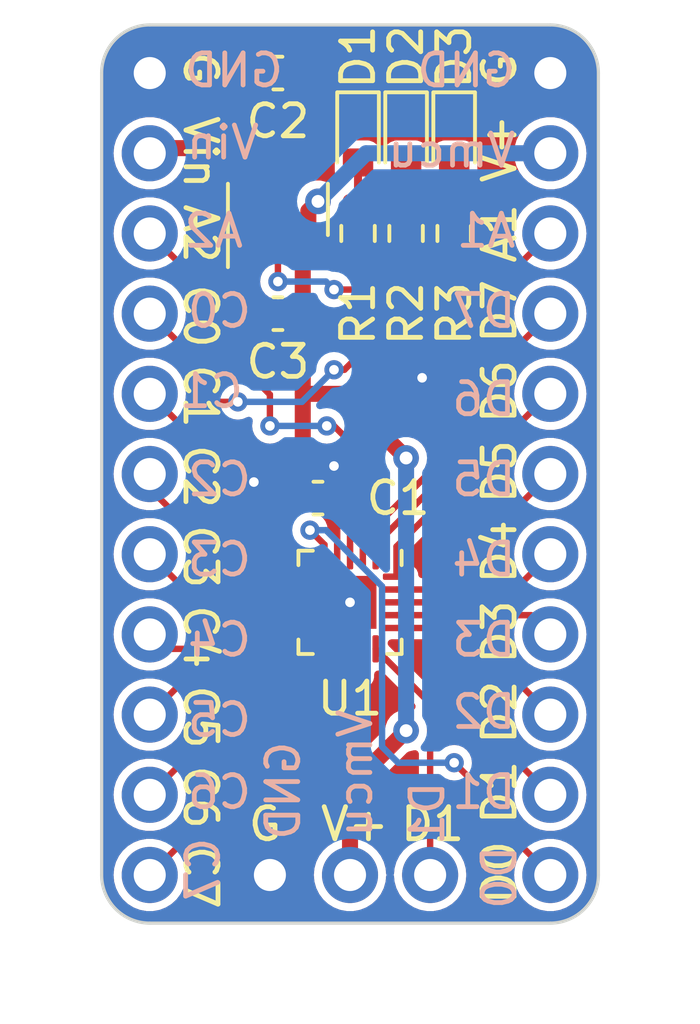
<source format=kicad_pcb>
(kicad_pcb (version 20240108) (generator "pcbnew") (generator_version "8.0")
  (layers (0 "F.Cu" signal) (31 "B.Cu" signal) (34 "B.Paste" user) (35 "F.Paste" user) (36 "B.SilkS" user "B.Silkscreen") (37 "F.SilkS" user "F.Silkscreen") (38 "B.Mask" user) (39 "F.Mask" user) (44 "Edge.Cuts" user))
  (net 0 "")
  (net 1 "GND")
  (net 2 "Vmcu")
  (net 3 "Vin")
  (net 4 "Net-(D1-A)")
  (net 5 "Net-(D2-A)")
  (net 6 "Net-(D3-A)")
  (net 7 "PA2")
  (net 8 "PC0")
  (net 9 "PC1")
  (net 10 "PC2")
  (net 11 "PC3")
  (net 12 "PC4")
  (net 13 "PC5")
  (net 14 "PC6")
  (net 15 "PC7")
  (net 16 "PA1")
  (net 17 "PD7")
  (net 18 "PD6")
  (net 19 "PD5")
  (net 20 "PD4")
  (net 21 "PD3")
  (net 22 "PD2")
  (net 23 "PD1")
  (net 24 "PD0")
  (footprint "my-lib:LED-0603-1608" (layer "F.Cu") (at 103.25 89.5 -90)
    (property "Reference" "D3" (at -2.5 0 90) (layer "F.SilkS"))
    (property "Value" "LED")
    (fp_line (start -1.4 0.65) (end 0.7875 0.65) (stroke (width 0.12)) (layer "F.SilkS"))
    (fp_line (start -1.4 -0.65) (end -1.4 0.65) (stroke (width 0.12)) (layer "F.SilkS"))
    (fp_line (start -1.4 -0.65) (end 0.7875 -0.65) (stroke (width 0.12)) (layer "F.SilkS"))
    (pad "1" smd roundrect (at -0.7875 0 270) (size 0.875 0.95) (layers "F.Cu" "F.Paste" "F.Mask") (net 1 "GND"))
    (pad "2" smd roundrect (at 0.7875 0 270) (size 0.875 0.95) (layers "F.Cu" "F.Paste" "F.Mask") (net 6 "Net-(D3-A)"))
  )
  (footprint "Resistor_SMD:R_0603_1608Metric" (layer "F.Cu") (at 100.25 92.5 90)
    (property "Reference" "R1" (at -2.5 0 90) (layer "F.SilkS"))
    (property "Value" "1k")
    (fp_line (start -0.237258 -0.5225) (end 0.237258 -0.5225) (stroke (width 0.12)) (layer "F.SilkS"))
    (fp_line (start -0.237258 0.5225) (end 0.237258 0.5225) (stroke (width 0.12)) (layer "F.SilkS"))
    (pad "1" smd roundrect (at -0.825 0 90) (size 0.8 0.95) (layers "F.Cu" "F.Paste" "F.Mask") (net 2 "Vmcu"))
    (pad "2" smd roundrect (at 0.825 0 90) (size 0.8 0.95) (layers "F.Cu" "F.Paste" "F.Mask") (net 4 "Net-(D1-A)"))
  )
  (footprint "my-lib:LED-0603-1608" (layer "F.Cu") (at 100.25 89.5 -90)
    (property "Reference" "D1" (at -2.5 0 90) (layer "F.SilkS"))
    (property "Value" "LED")
    (fp_line (start -1.4 0.65) (end 0.7875 0.65) (stroke (width 0.12)) (layer "F.SilkS"))
    (fp_line (start -1.4 -0.65) (end -1.4 0.65) (stroke (width 0.12)) (layer "F.SilkS"))
    (fp_line (start -1.4 -0.65) (end 0.7875 -0.65) (stroke (width 0.12)) (layer "F.SilkS"))
    (pad "1" smd roundrect (at -0.7875 0 270) (size 0.875 0.95) (layers "F.Cu" "F.Paste" "F.Mask") (net 1 "GND"))
    (pad "2" smd roundrect (at 0.7875 0 270) (size 0.875 0.95) (layers "F.Cu" "F.Paste" "F.Mask") (net 4 "Net-(D1-A)"))
  )
  (footprint "my-lib:pin-header-2.5mm-11" (layer "F.Cu") (at 106.25 100)
    (property "Reference" "J2" (hide yes))
    (property "Value" "Conn_01x11")
    (pad "1" thru_hole circle (at 0 -12.5) (size 1.75 1.75) (drill 1) (layers "*.Cu" "*.Mask") (net 1 "GND"))
    (pad "2" thru_hole circle (at 0 -10) (size 1.75 1.75) (drill 1) (layers "*.Cu" "*.Mask") (net 2 "Vmcu"))
    (pad "3" thru_hole circle (at 0 -7.5) (size 1.75 1.75) (drill 1) (layers "*.Cu" "*.Mask") (net 16 "PA1"))
    (pad "4" thru_hole circle (at 0 -5) (size 1.75 1.75) (drill 1) (layers "*.Cu" "*.Mask") (net 17 "PD7"))
    (pad "5" thru_hole circle (at 0 -2.5) (size 1.75 1.75) (drill 1) (layers "*.Cu" "*.Mask") (net 18 "PD6"))
    (pad "6" thru_hole circle (at 0 0) (size 1.75 1.75) (drill 1) (layers "*.Cu" "*.Mask") (net 19 "PD5"))
    (pad "7" thru_hole circle (at 0 2.5) (size 1.75 1.75) (drill 1) (layers "*.Cu" "*.Mask") (net 20 "PD4"))
    (pad "8" thru_hole circle (at 0 5) (size 1.75 1.75) (drill 1) (layers "*.Cu" "*.Mask") (net 21 "PD3"))
    (pad "9" thru_hole circle (at 0 7.5) (size 1.75 1.75) (drill 1) (layers "*.Cu" "*.Mask") (net 22 "PD2"))
    (pad "10" thru_hole circle (at 0 10) (size 1.75 1.75) (drill 1) (layers "*.Cu" "*.Mask") (net 23 "PD1"))
    (pad "11" thru_hole circle (at 0 12.5) (size 1.75 1.75) (drill 1) (layers "*.Cu" "*.Mask") (net 24 "PD0"))
  )
  (footprint "my-lib:pin-header-2.5mm-11" (layer "F.Cu") (at 93.75 100)
    (property "Reference" "J1" (hide yes))
    (property "Value" "Conn_01x11")
    (pad "1" thru_hole circle (at 0 -12.5) (size 1.75 1.75) (drill 1) (layers "*.Cu" "*.Mask") (net 1 "GND"))
    (pad "2" thru_hole circle (at 0 -10) (size 1.75 1.75) (drill 1) (layers "*.Cu" "*.Mask") (net 3 "Vin"))
    (pad "3" thru_hole circle (at 0 -7.5) (size 1.75 1.75) (drill 1) (layers "*.Cu" "*.Mask") (net 7 "PA2"))
    (pad "4" thru_hole circle (at 0 -5) (size 1.75 1.75) (drill 1) (layers "*.Cu" "*.Mask") (net 8 "PC0"))
    (pad "5" thru_hole circle (at 0 -2.5) (size 1.75 1.75) (drill 1) (layers "*.Cu" "*.Mask") (net 9 "PC1"))
    (pad "6" thru_hole circle (at 0 0) (size 1.75 1.75) (drill 1) (layers "*.Cu" "*.Mask") (net 10 "PC2"))
    (pad "7" thru_hole circle (at 0 2.5) (size 1.75 1.75) (drill 1) (layers "*.Cu" "*.Mask") (net 11 "PC3"))
    (pad "8" thru_hole circle (at 0 5) (size 1.75 1.75) (drill 1) (layers "*.Cu" "*.Mask") (net 12 "PC4"))
    (pad "9" thru_hole circle (at 0 7.5) (size 1.75 1.75) (drill 1) (layers "*.Cu" "*.Mask") (net 13 "PC5"))
    (pad "10" thru_hole circle (at 0 10) (size 1.75 1.75) (drill 1) (layers "*.Cu" "*.Mask") (net 14 "PC6"))
    (pad "11" thru_hole circle (at 0 12.5) (size 1.75 1.75) (drill 1) (layers "*.Cu" "*.Mask") (net 15 "PC7"))
  )
  (footprint "Capacitor_SMD:C_0603_1608Metric" (layer "F.Cu") (at 97.75 87.5 180)
    (property "Reference" "C2" (at 0 -1.5 0) (layer "F.SilkS"))
    (property "Value" "10u")
    (fp_line (start -0.14058 0.51) (end 0.14058 0.51) (stroke (width 0.12)) (layer "F.SilkS"))
    (fp_line (start -0.14058 -0.51) (end 0.14058 -0.51) (stroke (width 0.12)) (layer "F.SilkS"))
    (pad "1" smd roundrect (at -0.775 0 180) (size 0.9 0.95) (layers "F.Cu" "F.Paste" "F.Mask") (net 3 "Vin"))
    (pad "2" smd roundrect (at 0.775 0 180) (size 0.9 0.95) (layers "F.Cu" "F.Paste" "F.Mask") (net 1 "GND"))
  )
  (footprint "Package_DFN_QFN:QFN-20-1EP_3x3mm_P0.4mm_EP1.65x1.65mm" (layer "F.Cu") (at 100 104 -90)
    (property "Reference" "U1" (at 3 0 0) (layer "F.SilkS"))
    (property "Value" "ch32v003")
    (fp_line (start -1.61 1.61) (end -1.61 1.16) (stroke (width 0.12)) (layer "F.SilkS"))
    (fp_line (start -1.16 1.61) (end -1.61 1.61) (stroke (width 0.12)) (layer "F.SilkS"))
    (fp_line (start 1.16 1.61) (end 1.61 1.61) (stroke (width 0.12)) (layer "F.SilkS"))
    (fp_line (start 1.61 1.61) (end 1.61 1.16) (stroke (width 0.12)) (layer "F.SilkS"))
    (fp_line (start -1.16 -1.61) (end -1.61 -1.61) (stroke (width 0.12)) (layer "F.SilkS"))
    (fp_line (start 1.16 -1.61) (end 1.61 -1.61) (stroke (width 0.12)) (layer "F.SilkS"))
    (fp_line (start 1.61 -1.61) (end 1.61 -1.16) (stroke (width 0.12)) (layer "F.SilkS"))
    (pad "1" smd roundrect (at -1.45 -0.8 270) (size 0.85 0.2) (layers "F.Cu" "F.Paste" "F.Mask") (net 17 "PD7"))
    (pad "2" smd roundrect (at -1.45 -0.4 270) (size 0.85 0.2) (layers "F.Cu" "F.Paste" "F.Mask") (net 16 "PA1"))
    (pad "3" smd roundrect (at -1.45 0 270) (size 0.85 0.2) (layers "F.Cu" "F.Paste" "F.Mask") (net 7 "PA2"))
    (pad "4" smd roundrect (at -1.45 0.4 270) (size 0.85 0.2) (layers "F.Cu" "F.Paste" "F.Mask") (net 1 "GND"))
    (pad "5" smd roundrect (at -1.45 0.8 270) (size 0.85 0.2) (layers "F.Cu" "F.Paste" "F.Mask") (net 24 "PD0"))
    (pad "6" smd roundrect (at -0.8 1.45 270) (size 0.2 0.85) (layers "F.Cu" "F.Paste" "F.Mask") (net 2 "Vmcu"))
    (pad "7" smd roundrect (at -0.4 1.45 270) (size 0.2 0.85) (layers "F.Cu" "F.Paste" "F.Mask") (net 8 "PC0"))
    (pad "8" smd roundrect (at 0 1.45 270) (size 0.2 0.85) (layers "F.Cu" "F.Paste" "F.Mask") (net 9 "PC1"))
    (pad "9" smd roundrect (at 0.4 1.45 270) (size 0.2 0.85) (layers "F.Cu" "F.Paste" "F.Mask") (net 10 "PC2"))
    (pad "10" smd roundrect (at 0.8 1.45 270) (size 0.2 0.85) (layers "F.Cu" "F.Paste" "F.Mask") (net 11 "PC3"))
    (pad "11" smd roundrect (at 1.45 0.8 270) (size 0.85 0.2) (layers "F.Cu" "F.Paste" "F.Mask") (net 12 "PC4"))
    (pad "12" smd roundrect (at 1.45 0.4 270) (size 0.85 0.2) (layers "F.Cu" "F.Paste" "F.Mask") (net 13 "PC5"))
    (pad "13" smd roundrect (at 1.45 0 270) (size 0.85 0.2) (layers "F.Cu" "F.Paste" "F.Mask") (net 14 "PC6"))
    (pad "14" smd roundrect (at 1.45 -0.4 270) (size 0.85 0.2) (layers "F.Cu" "F.Paste" "F.Mask") (net 15 "PC7"))
    (pad "15" smd roundrect (at 1.45 -0.8 270) (size 0.85 0.2) (layers "F.Cu" "F.Paste" "F.Mask") (net 23 "PD1"))
    (pad "16" smd roundrect (at 0.8 -1.45 270) (size 0.2 0.85) (layers "F.Cu" "F.Paste" "F.Mask") (net 22 "PD2"))
    (pad "17" smd roundrect (at 0.4 -1.45 270) (size 0.2 0.85) (layers "F.Cu" "F.Paste" "F.Mask") (net 21 "PD3"))
    (pad "18" smd roundrect (at 0 -1.45 270) (size 0.2 0.85) (layers "F.Cu" "F.Paste" "F.Mask") (net 20 "PD4"))
    (pad "19" smd roundrect (at -0.4 -1.45 270) (size 0.2 0.85) (layers "F.Cu" "F.Paste" "F.Mask") (net 19 "PD5"))
    (pad "20" smd roundrect (at -0.8 -1.45 270) (size 0.2 0.85) (layers "F.Cu" "F.Paste" "F.Mask") (net 18 "PD6"))
    (pad "21" smd rect (at 0 0 270) (size 1.65 1.65) (layers "F.Cu" "F.Mask") (net 1 "GND"))
  )
  (footprint "my-lib:LED-0603-1608" (layer "F.Cu") (at 101.75 89.5 -90)
    (property "Reference" "D2" (at -2.5 0 90) (layer "F.SilkS"))
    (property "Value" "LED")
    (fp_line (start -1.4 0.65) (end 0.7875 0.65) (stroke (width 0.12)) (layer "F.SilkS"))
    (fp_line (start -1.4 -0.65) (end -1.4 0.65) (stroke (width 0.12)) (layer "F.SilkS"))
    (fp_line (start -1.4 -0.65) (end 0.7875 -0.65) (stroke (width 0.12)) (layer "F.SilkS"))
    (pad "1" smd roundrect (at -0.7875 0 270) (size 0.875 0.95) (layers "F.Cu" "F.Paste" "F.Mask") (net 1 "GND"))
    (pad "2" smd roundrect (at 0.7875 0 270) (size 0.875 0.95) (layers "F.Cu" "F.Paste" "F.Mask") (net 5 "Net-(D2-A)"))
  )
  (footprint "Resistor_SMD:R_0603_1608Metric" (layer "F.Cu") (at 103.25 92.5 90)
    (property "Reference" "R3" (at -2.5 0 90) (layer "F.SilkS"))
    (property "Value" "1k")
    (fp_line (start -0.237258 -0.5225) (end 0.237258 -0.5225) (stroke (width 0.12)) (layer "F.SilkS"))
    (fp_line (start -0.237258 0.5225) (end 0.237258 0.5225) (stroke (width 0.12)) (layer "F.SilkS"))
    (pad "1" smd roundrect (at -0.825 0 90) (size 0.8 0.95) (layers "F.Cu" "F.Paste" "F.Mask") (net 8 "PC0"))
    (pad "2" smd roundrect (at 0.825 0 90) (size 0.8 0.95) (layers "F.Cu" "F.Paste" "F.Mask") (net 6 "Net-(D3-A)"))
  )
  (footprint "Package_TO_SOT_SMD:SOT-23-3" (layer "F.Cu") (at 97.75 91.75 90)
    (property "Reference" "U2" (hide yes))
    (property "Value" "AMS1117-3.3")
    (fp_line (start 0 -1.56) (end 0.8 -1.56) (stroke (width 0.12)) (layer "F.SilkS"))
    (fp_line (start 0 -1.56) (end -1.8 -1.56) (stroke (width 0.12)) (layer "F.SilkS"))
    (fp_line (start 0 1.56) (end 0.8 1.56) (stroke (width 0.12)) (layer "F.SilkS"))
    (fp_line (start 0 1.56) (end -0.8 1.56) (stroke (width 0.12)) (layer "F.SilkS"))
    (pad "1" smd roundrect (at -1.1375 -0.95 90) (size 1.325 0.6) (layers "F.Cu" "F.Paste" "F.Mask") (net 1 "GND"))
    (pad "2" smd roundrect (at -1.1375 0.95 90) (size 1.325 0.6) (layers "F.Cu" "F.Paste" "F.Mask") (net 2 "Vmcu"))
    (pad "3" smd roundrect (at 1.1375 0 90) (size 1.325 0.6) (layers "F.Cu" "F.Paste" "F.Mask") (net 3 "Vin"))
  )
  (footprint "Capacitor_SMD:C_0603_1608Metric" (layer "F.Cu") (at 97.75 95 180)
    (property "Reference" "C3" (at 0 -1.5 0) (layer "F.SilkS"))
    (property "Value" "10u")
    (fp_line (start -0.14058 0.51) (end 0.14058 0.51) (stroke (width 0.12)) (layer "F.SilkS"))
    (fp_line (start -0.14058 -0.51) (end 0.14058 -0.51) (stroke (width 0.12)) (layer "F.SilkS"))
    (pad "1" smd roundrect (at -0.775 0 180) (size 0.9 0.95) (layers "F.Cu" "F.Paste" "F.Mask") (net 2 "Vmcu"))
    (pad "2" smd roundrect (at 0.775 0 180) (size 0.9 0.95) (layers "F.Cu" "F.Paste" "F.Mask") (net 1 "GND"))
  )
  (footprint "Resistor_SMD:R_0603_1608Metric" (layer "F.Cu") (at 101.75 92.5 90)
    (property "Reference" "R2" (at -2.5 0 90) (layer "F.SilkS"))
    (property "Value" "1k")
    (fp_line (start -0.237258 -0.5225) (end 0.237258 -0.5225) (stroke (width 0.12)) (layer "F.SilkS"))
    (fp_line (start -0.237258 0.5225) (end 0.237258 0.5225) (stroke (width 0.12)) (layer "F.SilkS"))
    (pad "1" smd roundrect (at -0.825 0 90) (size 0.8 0.95) (layers "F.Cu" "F.Paste" "F.Mask") (net 3 "Vin"))
    (pad "2" smd roundrect (at 0.825 0 90) (size 0.8 0.95) (layers "F.Cu" "F.Paste" "F.Mask") (net 5 "Net-(D2-A)"))
  )
  (footprint "Capacitor_SMD:C_0603_1608Metric" (layer "F.Cu") (at 99 100.75 180)
    (property "Reference" "C1" (at -2.5 0 0) (layer "F.SilkS"))
    (property "Value" "1u")
    (fp_line (start -0.14058 0.51) (end 0.14058 0.51) (stroke (width 0.12)) (layer "F.SilkS"))
    (fp_line (start -0.14058 -0.51) (end 0.14058 -0.51) (stroke (width 0.12)) (layer "F.SilkS"))
    (pad "1" smd roundrect (at -0.775 0 180) (size 0.9 0.95) (layers "F.Cu" "F.Paste" "F.Mask") (net 1 "GND"))
    (pad "2" smd roundrect (at 0.775 0 180) (size 0.9 0.95) (layers "F.Cu" "F.Paste" "F.Mask") (net 2 "Vmcu"))
  )
  (footprint "my-lib:pin-header-2.5mm-3" (layer "B.Cu") (at 100 112.5 -90)
    (property "Reference" "J3" (hide yes))
    (property "Value" "Conn_01x03")
    (pad "1" thru_hole circle (at 0 2.5 270) (size 1.75 1.75) (drill 1) (layers "*.Cu" "*.Mask") (net 1 "GND"))
    (pad "2" thru_hole circle (at 0 0 270) (size 1.75 1.75) (drill 1) (layers "*.Cu" "*.Mask") (net 2 "Vmcu"))
    (pad "3" thru_hole circle (at 0 -2.5 270) (size 1.75 1.75) (drill 1) (layers "*.Cu" "*.Mask") (net 23 "PD1"))
  )
  (gr_line (start 92.25 87.5) (end 92.25 112.5) (stroke (width 0.1)) (layer "Edge.Cuts"))
  (gr_arc (start 107.75 112.5) (mid 107.31066 113.56066) (end 106.25 114) (stroke (width 0.1)) (layer "Edge.Cuts"))
  (gr_line (start 107.75 112.5) (end 107.75 87.5) (stroke (width 0.1)) (layer "Edge.Cuts"))
  (gr_line (start 106.25 86) (end 93.75 86) (stroke (width 0.1)) (layer "Edge.Cuts"))
  (gr_arc (start 93.75 114) (mid 92.68934 113.56066) (end 92.25 112.5) (stroke (width 0.1)) (layer "Edge.Cuts"))
  (gr_line (start 93.75 114) (end 106.25 114) (stroke (width 0.1)) (layer "Edge.Cuts"))
  (gr_arc (start 106.25 86) (mid 107.31066 86.43934) (end 107.75 87.5) (stroke (width 0.1)) (layer "Edge.Cuts"))
  (gr_arc (start 92.25 87.5) (mid 92.68934 86.43934) (end 93.75 86) (stroke (width 0.1)) (layer "Edge.Cuts"))
  (gr_text "D1" (at 103 109.5 90) (layer "B.SilkS") (effects (font (size 1 1)) (justify left bottom mirror)))
  (gr_text "D3" (at 105.25 105.75 0) (layer "B.SilkS") (effects (font (size 1 1)) (justify left bottom mirror)))
  (gr_text "C7" (at 96 111.25 90) (layer "B.SilkS") (effects (font (size 1 1)) (justify left bottom mirror)))
  (gr_text "C5" (at 97 108.25 0) (layer "B.SilkS") (effects (font (size 1 1)) (justify left bottom mirror)))
  (gr_text "C3" (at 97 103.25 0) (layer "B.SilkS") (effects (font (size 1 1)) (justify left bottom mirror)))
  (gr_text "Vin" (at 97.25 90.25 0) (layer "B.SilkS") (effects (font (size 1 1)) (justify left bottom mirror)))
  (gr_text "D2" (at 105.25 108 0) (layer "B.SilkS") (effects (font (size 1 1)) (justify left bottom mirror)))
  (gr_text "GND" (at 98 88 0) (layer "B.SilkS") (effects (font (size 1 1)) (justify left bottom mirror)))
  (gr_text "C1" (at 96.75 98 0) (layer "B.SilkS") (effects (font (size 1 1)) (justify left bottom mirror)))
  (gr_text "D0" (at 105.25 111.5 90) (layer "B.SilkS") (effects (font (size 1 1)) (justify left bottom mirror)))
  (gr_text "D7" (at 105.25 95.5 0) (layer "B.SilkS") (effects (font (size 1 1)) (justify left bottom mirror)))
  (gr_text "C2" (at 97 100.75 0) (layer "B.SilkS") (effects (font (size 1 1)) (justify left bottom mirror)))
  (gr_text "C6" (at 97 110.5 0) (layer "B.SilkS") (effects (font (size 1 1)) (justify left bottom mirror)))
  (gr_text "Vmcu" (at 105.25 90.5 0) (layer "B.SilkS") (effects (font (size 1 1)) (justify left bottom mirror)))
  (gr_text "D5" (at 105.25 100.75 0) (layer "B.SilkS") (effects (font (size 1 1)) (justify left bottom mirror)))
  (gr_text "D4" (at 105.25 103.25 0) (layer "B.SilkS") (effects (font (size 1 1)) (justify left bottom mirror)))
  (gr_text "D1" (at 105.25 110.5 0) (layer "B.SilkS") (effects (font (size 1 1)) (justify left bottom mirror)))
  (gr_text "GND" (at 98.5 108.25 90) (layer "B.SilkS") (effects (font (size 1 1)) (justify left bottom mirror)))
  (gr_text "A1" (at 105.25 93 0) (layer "B.SilkS") (effects (font (size 1 1)) (justify left bottom mirror)))
  (gr_text "C4" (at 97 105.75 0) (layer "B.SilkS") (effects (font (size 1 1)) (justify left bottom mirror)))
  (gr_text "D6" (at 105.25 98.25 0) (layer "B.SilkS") (effects (font (size 1 1)) (justify left bottom mirror)))
  (gr_text "Vmcu" (at 100.75 107.25 90) (layer "B.SilkS") (effects (font (size 1 1)) (justify left bottom mirror)))
  (gr_text "GND" (at 105.25 88 0) (layer "B.SilkS") (effects (font (size 1 1)) (justify left bottom mirror)))
  (gr_text "A2" (at 96.75 93 0) (layer "B.SilkS") (effects (font (size 1 1)) (justify left bottom mirror)))
  (gr_text "C0" (at 97 95.5 0) (layer "B.SilkS") (effects (font (size 1 1)) (justify left bottom mirror)))
  (gr_text "C7" (at 94.75 111.5 270) (layer "F.SilkS") (effects (font (size 1 1)) (justify left bottom)))
  (gr_text "C2" (at 94.75 99 -90) (layer "F.SilkS") (effects (font (size 1 1)) (justify left bottom)))
  (gr_text "D2" (at 105.25 108.5 90) (layer "F.SilkS") (effects (font (size 1 1)) (justify left bottom)))
  (gr_text "G" (at 105.25 88 90) (layer "F.SilkS") (effects (font (size 1 1)) (justify left bottom)))
  (gr_text "C1" (at 94.75 96.5 -90) (layer "F.SilkS") (effects (font (size 1 1)) (justify left bottom)))
  (gr_text "C5" (at 94.75 106.5 270) (layer "F.SilkS") (effects (font (size 1 1)) (justify left bottom)))
  (gr_text "D6" (at 105.25 98.5 90) (layer "F.SilkS") (effects (font (size 1 1)) (justify left bottom)))
  (gr_text "D5" (at 105.25 101 90) (layer "F.SilkS") (effects (font (size 1 1)) (justify left bottom)))
  (gr_text "G" (at 96.75 111.5 0) (layer "F.SilkS") (effects (font (size 1 1)) (justify left bottom)))
  (gr_text "V+" (at 105.25 91 90) (layer "F.SilkS") (effects (font (size 1 1)) (justify left bottom)))
  (gr_text "C4" (at 94.75 104 270) (layer "F.SilkS") (effects (font (size 1 1)) (justify left bottom)))
  (gr_text "V+" (at 99 111.5 0) (layer "F.SilkS") (effects (font (size 1 1)) (justify left bottom)))
  (gr_text "D1" (at 101.5 111.5 0) (layer "F.SilkS") (effects (font (size 1 1)) (justify left bottom)))
  (gr_text "D1" (at 105.25 111 90) (layer "F.SilkS") (effects (font (size 1 1)) (justify left bottom)))
  (gr_text "C3" (at 94.75 101.5 270) (layer "F.SilkS") (effects (font (size 1 1)) (justify left bottom)))
  (gr_text "Vin" (at 94.75 88.75 -90) (layer "F.SilkS") (effects (font (size 1 1)) (justify left bottom)))
  (gr_text "A1" (at 105.25 93.5 90) (layer "F.SilkS") (effects (font (size 1 1)) (justify left bottom)))
  (gr_text "C0" (at 94.75 94 -90) (layer "F.SilkS") (effects (font (size 1 1)) (justify left bottom)))
  (gr_text "A2" (at 94.75 91.5 -90) (layer "F.SilkS") (effects (font (size 1 1)) (justify left bottom)))
  (gr_text "C6" (at 94.75 109 270) (layer "F.SilkS") (effects (font (size 1 1)) (justify left bottom)))
  (gr_text "D4" (at 105.25 103.5 90) (layer "F.SilkS") (effects (font (size 1 1)) (justify left bottom)))
  (gr_text "G" (at 94.75 86.75 -90) (layer "F.SilkS") (effects (font (size 1 1)) (justify left bottom)))
  (gr_text "D3" (at 105.25 106 90) (layer "F.SilkS") (effects (font (size 1 1)) (justify left bottom)))
  (gr_text "D0" (at 105.25 113.5 90) (layer "F.SilkS") (effects (font (size 1 1)) (justify left bottom)))
  (gr_text "D7" (at 105.25 96 90) (layer "F.SilkS") (effects (font (size 1 1)) (justify left bottom)))
  (segment (start 99.6 103.6) (end 100 104) (width 0.2) (layer "F.Cu") (net 1))
  (segment (start 99.6 102.55) (end 99.6 101.6) (width 0.2) (layer "F.Cu") (net 1))
  (segment (start 99.6 102.55) (end 99.6 103.6) (width 0.2) (layer "F.Cu") (net 1))
  (via (at 99.5 99.75) (size 0.6) (drill 0.3) (layers "F.Cu" "B.Cu") (net 1))
  (via (at 102.25 97) (size 0.6) (drill 0.3) (layers "F.Cu" "B.Cu") (net 1))
  (via (at 97 100.25) (size 0.6) (drill 0.3) (layers "F.Cu" "B.Cu") (net 1))
  (via (at 100 104) (size 0.6) (drill 0.3) (layers "F.Cu" "B.Cu") (net 1))
  (segment (start 98 103) (end 98 100.975) (width 0.2) (layer "F.Cu") (net 2))
  (segment (start 98.7 92.8875) (end 98.7 91.8) (width 0.5) (layer "F.Cu") (net 2))
  (segment (start 98 100.975) (end 98.225 100.75) (width 0.2) (layer "F.Cu") (net 2))
  (segment (start 98.7 92.95) (end 99.075 93.325) (width 0.2) (layer "F.Cu") (net 2))
  (segment (start 100.25 93.325) (end 99.075 93.325) (width 0.25) (layer "F.Cu") (net 2))
  (segment (start 99.75 97.5) (end 98.525 97.5) (width 0.5) (layer "F.Cu") (net 2))
  (segment (start 98.525 99.475) (end 98.225 99.775) (width 0.5) (layer "F.Cu") (net 2))
  (segment (start 98.525 95) (end 98.525 93.0625) (width 0.5) (layer "F.Cu") (net 2))
  (segment (start 100 109.75) (end 100 112.5) (width 0.5) (layer "F.Cu") (net 2))
  (segment (start 98.7 91.8) (end 99 91.5) (width 0.5) (layer "F.Cu") (net 2))
  (segment (start 98.525 95) (end 98.525 97) (width 0.5) (layer "F.Cu") (net 2))
  (segment (start 98.7 92.8875) (end 98.7 92.95) (width 0.2) (layer "F.Cu") (net 2))
  (segment (start 101.75 108) (end 100 109.75) (width 0.5) (layer "F.Cu") (net 2))
  (segment (start 98.55 103.2) (end 98.2 103.2) (width 0.2) (layer "F.Cu") (net 2))
  (segment (start 98.2 103.2) (end 98 103) (width 0.2) (layer "F.Cu") (net 2))
  (segment (start 98.525 97) (end 98.525 99.475) (width 0.5) (layer "F.Cu") (net 2))
  (segment (start 98.7 92.8875) (end 98.525 93.0625) (width 0.5) (layer "F.Cu") (net 2))
  (segment (start 101.75 99.5) (end 99.75 97.5) (width 0.5) (layer "F.Cu") (net 2))
  (segment (start 98.225 99.775) (end 98.225 100.75) (width 0.5) (layer "F.Cu") (net 2))
  (via (at 101.75 108) (size 0.8) (drill 0.4) (layers "F.Cu" "B.Cu") (net 2))
  (via (at 99 91.5) (size 0.8) (drill 0.4) (layers "F.Cu" "B.Cu") (net 2))
  (via (at 101.75 99.5) (size 0.8) (drill 0.4) (layers "F.Cu" "B.Cu") (net 2))
  (segment (start 101.75 99.5) (end 101.75 108) (width 0.5) (layer "B.Cu") (net 2))
  (segment (start 99 91.5) (end 100.5 90) (width 0.5) (layer "B.Cu") (net 2))
  (segment (start 100.5 90) (end 106.25 90) (width 0.5) (layer "B.Cu") (net 2))
  (segment (start 99.5 94.25) (end 100.825 94.25) (width 0.2) (layer "F.Cu") (net 3))
  (segment (start 97.75 90.6125) (end 97.75 94) (width 0.2) (layer "F.Cu") (net 3))
  (segment (start 93.91 89.84) (end 97.16 89.84) (width 0.5) (layer "F.Cu") (net 3))
  (segment (start 97.75 89.25) (end 98.525 88.475) (width 0.5) (layer "F.Cu") (net 3))
  (segment (start 97.75 90.6125) (end 97.75 90.43) (width 0.5) (layer "F.Cu") (net 3))
  (segment (start 97.16 89.84) (end 97.75 89.25) (width 0.5) (layer "F.Cu") (net 3))
  (segment (start 100.825 94.25) (end 101.75 93.325) (width 0.2) (layer "F.Cu") (net 3))
  (segment (start 97.75 90.43) (end 97.16 89.84) (width 0.5) (layer "F.Cu") (net 3))
  (segment (start 98.525 88.475) (end 98.525 87.5) (width 0.5) (layer "F.Cu") (net 3))
  (segment (start 97.75 90.6125) (end 97.75 89.25) (width 0.5) (layer "F.Cu") (net 3))
  (segment (start 93.75 90) (end 93.91 89.84) (width 0.5) (layer "F.Cu") (net 3))
  (via (at 99.5 94.25) (size 0.6) (drill 0.3) (layers "F.Cu" "B.Cu") (net 3))
  (via (at 97.75 94) (size 0.6) (drill 0.3) (layers "F.Cu" "B.Cu") (net 3))
  (segment (start 99.25 94) (end 99.5 94.25) (width 0.2) (layer "B.Cu") (net 3))
  (segment (start 97.75 94) (end 99.25 94) (width 0.2) (layer "B.Cu") (net 3))
  (segment (start 100.25 91.675) (end 100.25 90.2875) (width 0.25) (layer "F.Cu") (net 4))
  (segment (start 101.75 91.675) (end 101.75 90.2875) (width 0.25) (layer "F.Cu") (net 5))
  (segment (start 103.25 91.675) (end 103.25 90.2875) (width 0.25) (layer "F.Cu") (net 6))
  (segment (start 96 96.021827) (end 96 94.75) (width 0.2) (layer "F.Cu") (net 7))
  (segment (start 99.2745 98.5) (end 99.5 98.5) (width 0.2) (layer "F.Cu") (net 7))
  (segment (start 100.75 99.75) (end 100.75 101.114339) (width 0.2) (layer "F.Cu") (net 7))
  (segment (start 96 94.75) (end 93.75 92.5) (width 0.2) (layer "F.Cu") (net 7))
  (segment (start 97.5 97.521827) (end 96 96.021827) (width 0.2) (layer "F.Cu") (net 7))
  (segment (start 99.5 98.5) (end 100.75 99.75) (width 0.2) (layer "F.Cu") (net 7))
  (segment (start 100.75 101.114339) (end 100 101.864339) (width 0.2) (layer "F.Cu") (net 7))
  (segment (start 97.5 98.5) (end 97.5 97.521827) (width 0.2) (layer "F.Cu") (net 7))
  (segment (start 100 101.864339) (end 100 102.55) (width 0.2) (layer "F.Cu") (net 7))
  (via (at 97.5 98.5) (size 0.6) (drill 0.3) (layers "F.Cu" "B.Cu") (net 7))
  (via (at 99.2745 98.5) (size 0.6) (drill 0.3) (layers "F.Cu" "B.Cu") (net 7))
  (segment (start 99.2745 98.5) (end 97.5 98.5) (width 0.2) (layer "B.Cu") (net 7))
  (segment (start 95.75 97.75) (end 96.5 97.75) (width 0.2) (layer "F.Cu") (net 8))
  (segment (start 99.825 96.75) (end 103.25 93.325) (width 0.2) (layer "F.Cu") (net 8))
  (segment (start 95.75 101.319975) (end 98.030025 103.6) (width 0.2) (layer "F.Cu") (net 8))
  (segment (start 93.75 95) (end 95.75 97) (width 0.2) (layer "F.Cu") (net 8))
  (segment (start 98.030025 103.6) (end 98.55 103.6) (width 0.2) (layer "F.Cu") (net 8))
  (segment (start 95.75 97.75) (end 95.75 101.319975) (width 0.2) (layer "F.Cu") (net 8))
  (segment (start 99.5 96.75) (end 99.825 96.75) (width 0.2) (layer "F.Cu") (net 8))
  (segment (start 95.75 97) (end 95.75 97.75) (width 0.2) (layer "F.Cu") (net 8))
  (via (at 96.5 97.75) (size 0.6) (drill 0.3) (layers "F.Cu" "B.Cu") (net 8))
  (via (at 99.5 96.75) (size 0.6) (drill 0.3) (layers "F.Cu" "B.Cu") (net 8))
  (segment (start 96.5 97.75) (end 98.5 97.75) (width 0.2) (layer "B.Cu") (net 8))
  (segment (start 98.5 97.75) (end 99.5 96.75) (width 0.2) (layer "B.Cu") (net 8))
  (segment (start 98.55 104) (end 97.864339 104) (width 0.2) (layer "F.Cu") (net 9))
  (segment (start 97.864339 104) (end 95.25 101.385661) (width 0.2) (layer "F.Cu") (net 9))
  (segment (start 95.25 101.385661) (end 95.25 99) (width 0.2) (layer "F.Cu") (net 9))
  (segment (start 95.25 99) (end 93.75 97.5) (width 0.2) (layer "F.Cu") (net 9))
  (segment (start 97.698653 104.4) (end 98.55 104.4) (width 0.2) (layer "F.Cu") (net 10))
  (segment (start 93.75 100.451347) (end 97.698653 104.4) (width 0.2) (layer "F.Cu") (net 10))
  (segment (start 93.75 100) (end 93.75 100.451347) (width 0.2) (layer "F.Cu") (net 10))
  (segment (start 93.75 102.5) (end 96.05 104.8) (width 0.2) (layer "F.Cu") (net 11))
  (segment (start 96.05 104.8) (end 98.55 104.8) (width 0.2) (layer "F.Cu") (net 11))
  (segment (start 94.2 105.45) (end 99.2 105.45) (width 0.2) (layer "F.Cu") (net 12))
  (segment (start 93.75 105) (end 94.2 105.45) (width 0.2) (layer "F.Cu") (net 12))
  (segment (start 99.6 105.969976) (end 99.6 105.45) (width 0.2) (layer "F.Cu") (net 13))
  (segment (start 93.75 107.5) (end 94.75 106.5) (width 0.2) (layer "F.Cu") (net 13))
  (segment (start 94.75 106.5) (end 99.069976 106.5) (width 0.2) (layer "F.Cu") (net 13))
  (segment (start 99.069976 106.5) (end 99.6 105.969976) (width 0.2) (layer "F.Cu") (net 13))
  (segment (start 100 106.135661) (end 100 105.45) (width 0.2) (layer "F.Cu") (net 14))
  (segment (start 96.85 106.9) (end 99.235662 106.9) (width 0.2) (layer "F.Cu") (net 14))
  (segment (start 99.235662 106.9) (end 100 106.135661) (width 0.2) (layer "F.Cu") (net 14))
  (segment (start 93.75 110) (end 96.85 106.9) (width 0.2) (layer "F.Cu") (net 14))
  (segment (start 98.95 107.3) (end 99.401348 107.3) (width 0.2) (layer "F.Cu") (net 15))
  (segment (start 93.75 112.5) (end 98.95 107.3) (width 0.2) (layer "F.Cu") (net 15))
  (segment (start 99.401348 107.3) (end 100.4 106.301346) (width 0.2) (layer "F.Cu") (net 15))
  (segment (start 100.4 106.301346) (end 100.4 105.45) (width 0.2) (layer "F.Cu") (net 15))
  (segment (start 104.1 98.330025) (end 104.1 94.65) (width 0.2) (layer "F.Cu") (net 16))
  (segment (start 100.4 102.55) (end 100.4 102.030025) (width 0.2) (layer "F.Cu") (net 16))
  (segment (start 100.4 102.030025) (end 104.1 98.330025) (width 0.2) (layer "F.Cu") (net 16))
  (segment (start 104.1 94.65) (end 106.25 92.5) (width 0.2) (layer "F.Cu") (net 16))
  (segment (start 104.5 98.495711) (end 100.8 102.195711) (width 0.2) (layer "F.Cu") (net 17))
  (segment (start 104.5 96.75) (end 104.5 98.495711) (width 0.2) (layer "F.Cu") (net 17))
  (segment (start 106.25 95) (end 104.5 96.75) (width 0.2) (layer "F.Cu") (net 17))
  (segment (start 100.8 102.195711) (end 100.8 102.55) (width 0.2) (layer "F.Cu") (net 17))
  (segment (start 106.25 97.46) (end 101.45 102.26) (width 0.2) (layer "F.Cu") (net 18))
  (segment (start 101.45 102.26) (end 101.45 103.2) (width 0.2) (layer "F.Cu") (net 18))
  (segment (start 106.25 100) (end 102.65 103.6) (width 0.2) (layer "F.Cu") (net 19))
  (segment (start 102.65 103.6) (end 101.45 103.6) (width 0.2) (layer "F.Cu") (net 19))
  (segment (start 104.75 104) (end 101.45 104) (width 0.2) (layer "F.Cu") (net 20))
  (segment (start 106.25 102.5) (end 104.75 104) (width 0.2) (layer "F.Cu") (net 20))
  (segment (start 105.65 104.4) (end 101.45 104.4) (width 0.2) (layer "F.Cu") (net 21))
  (segment (start 106.25 105) (end 105.65 104.4) (width 0.2) (layer "F.Cu") (net 21))
  (segment (start 103.55 104.8) (end 101.45 104.8) (width 0.2) (layer "F.Cu") (net 22))
  (segment (start 106.25 107.5) (end 103.55 104.8) (width 0.2) (layer "F.Cu") (net 22))
  (segment (start 102.5 112.46) (end 102.5 107.23) (width 0.2) (layer "F.Cu") (net 23))
  (segment (start 102.5 107.23) (end 102.54 107.19) (width 0.2) (layer "F.Cu") (net 23))
  (segment (start 102.54 107.19) (end 102.425 107.075) (width 0.2) (layer "F.Cu") (net 23))
  (segment (start 103.44 107.19) (end 102.54 107.19) (width 0.2) (layer "F.Cu") (net 23))
  (segment (start 102.425 107.075) (end 100.8 105.45) (width 0.2) (layer "F.Cu") (net 23))
  (segment (start 106.25 110) (end 103.44 107.19) (width 0.2) (layer "F.Cu") (net 23))
  (segment (start 99.2 102.55) (end 99.2 102.2) (width 0.2) (layer "F.Cu") (net 24))
  (segment (start 103.25 109) (end 104.5 110.25) (width 0.2) (layer "F.Cu") (net 24))
  (segment (start 104.5 110.25) (end 104.5 110.75) (width 0.2) (layer "F.Cu") (net 24))
  (segment (start 99.2 102.2) (end 98.75 101.75) (width 0.2) (layer "F.Cu") (net 24))
  (segment (start 104.5 110.75) (end 106.25 112.5) (width 0.2) (layer "F.Cu") (net 24))
  (via (at 103.25 109) (size 0.6) (drill 0.3) (layers "F.Cu" "B.Cu") (net 24))
  (via (at 98.75 101.75) (size 0.6) (drill 0.3) (layers "F.Cu" "B.Cu") (net 24))
  (segment (start 103.25 109) (end 101.5 109) (width 0.2) (layer "B.Cu") (net 24))
  (segment (start 99.25 101.75) (end 98.75 101.75) (width 0.2) (layer "B.Cu") (net 24))
  (segment (start 101 103.5) (end 99.25 101.75) (width 0.2) (layer "B.Cu") (net 24))
  (segment (start 101.5 109) (end 101 108.5) (width 0.2) (layer "B.Cu") (net 24))
  (segment (start 101 108.5) (end 101 103.5) (width 0.2) (layer "B.Cu") (net 24))
  (zone (net 1) (net_name "GND") (layers "F&B.Cu") (connect_pads yes (clearance 0.25)) (min_thickness 0.25) (fill yes (thermal_gap 0.5) (thermal_bridge_width 0.5) (island_removal_mode 2) (island_area_min 4))
    (polygon (pts (xy 92.25 86) (xy 107.75 86) (xy 107.75 114) (xy 92.25 114)))
  )
)
</source>
